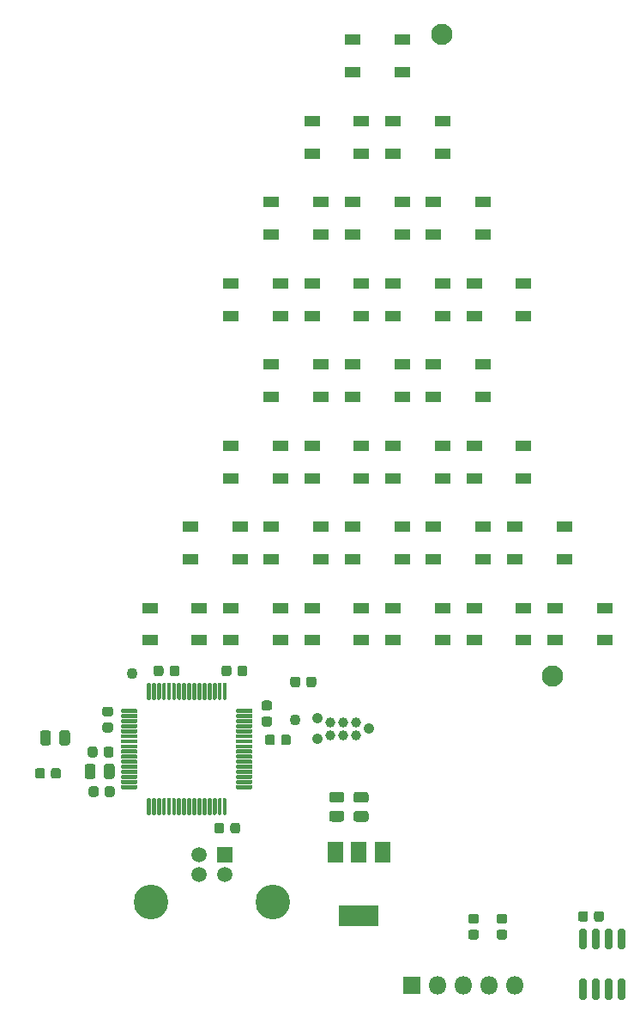
<source format=gbr>
%TF.GenerationSoftware,KiCad,Pcbnew,5.1.6-1.fc32*%
%TF.CreationDate,2020-11-21T02:42:39+01:00*%
%TF.ProjectId,christmas-card,63687269-7374-46d6-9173-2d636172642e,rev?*%
%TF.SameCoordinates,Original*%
%TF.FileFunction,Soldermask,Top*%
%TF.FilePolarity,Negative*%
%FSLAX46Y46*%
G04 Gerber Fmt 4.6, Leading zero omitted, Abs format (unit mm)*
G04 Created by KiCad (PCBNEW 5.1.6-1.fc32) date 2020-11-21 02:42:39*
%MOMM*%
%LPD*%
G01*
G04 APERTURE LIST*
%ADD10C,1.100000*%
%ADD11C,2.100000*%
%ADD12R,1.600000X2.100000*%
%ADD13R,3.900000X2.100000*%
%ADD14C,3.416000*%
%ADD15C,1.508000*%
%ADD16R,1.508000X1.508000*%
%ADD17O,1.800000X1.800000*%
%ADD18R,1.800000X1.800000*%
%ADD19C,0.989000*%
%ADD20C,1.049960*%
%ADD21R,1.600000X1.100000*%
G04 APERTURE END LIST*
%TO.C,C9*%
G36*
G01*
X156400000Y-161081250D02*
X156400000Y-160518750D01*
G75*
G02*
X156643750Y-160275000I243750J0D01*
G01*
X157131250Y-160275000D01*
G75*
G02*
X157375000Y-160518750I0J-243750D01*
G01*
X157375000Y-161081250D01*
G75*
G02*
X157131250Y-161325000I-243750J0D01*
G01*
X156643750Y-161325000D01*
G75*
G02*
X156400000Y-161081250I0J243750D01*
G01*
G37*
G36*
G01*
X154825000Y-161081250D02*
X154825000Y-160518750D01*
G75*
G02*
X155068750Y-160275000I243750J0D01*
G01*
X155556250Y-160275000D01*
G75*
G02*
X155800000Y-160518750I0J-243750D01*
G01*
X155800000Y-161081250D01*
G75*
G02*
X155556250Y-161325000I-243750J0D01*
G01*
X155068750Y-161325000D01*
G75*
G02*
X154825000Y-161081250I0J243750D01*
G01*
G37*
%TD*%
%TO.C,U3*%
G36*
G01*
X155470000Y-164050000D02*
X155120000Y-164050000D01*
G75*
G02*
X154945000Y-163875000I0J175000D01*
G01*
X154945000Y-162175000D01*
G75*
G02*
X155120000Y-162000000I175000J0D01*
G01*
X155470000Y-162000000D01*
G75*
G02*
X155645000Y-162175000I0J-175000D01*
G01*
X155645000Y-163875000D01*
G75*
G02*
X155470000Y-164050000I-175000J0D01*
G01*
G37*
G36*
G01*
X156740000Y-164050000D02*
X156390000Y-164050000D01*
G75*
G02*
X156215000Y-163875000I0J175000D01*
G01*
X156215000Y-162175000D01*
G75*
G02*
X156390000Y-162000000I175000J0D01*
G01*
X156740000Y-162000000D01*
G75*
G02*
X156915000Y-162175000I0J-175000D01*
G01*
X156915000Y-163875000D01*
G75*
G02*
X156740000Y-164050000I-175000J0D01*
G01*
G37*
G36*
G01*
X158010000Y-164050000D02*
X157660000Y-164050000D01*
G75*
G02*
X157485000Y-163875000I0J175000D01*
G01*
X157485000Y-162175000D01*
G75*
G02*
X157660000Y-162000000I175000J0D01*
G01*
X158010000Y-162000000D01*
G75*
G02*
X158185000Y-162175000I0J-175000D01*
G01*
X158185000Y-163875000D01*
G75*
G02*
X158010000Y-164050000I-175000J0D01*
G01*
G37*
G36*
G01*
X159280000Y-164050000D02*
X158930000Y-164050000D01*
G75*
G02*
X158755000Y-163875000I0J175000D01*
G01*
X158755000Y-162175000D01*
G75*
G02*
X158930000Y-162000000I175000J0D01*
G01*
X159280000Y-162000000D01*
G75*
G02*
X159455000Y-162175000I0J-175000D01*
G01*
X159455000Y-163875000D01*
G75*
G02*
X159280000Y-164050000I-175000J0D01*
G01*
G37*
G36*
G01*
X159280000Y-169000000D02*
X158930000Y-169000000D01*
G75*
G02*
X158755000Y-168825000I0J175000D01*
G01*
X158755000Y-167125000D01*
G75*
G02*
X158930000Y-166950000I175000J0D01*
G01*
X159280000Y-166950000D01*
G75*
G02*
X159455000Y-167125000I0J-175000D01*
G01*
X159455000Y-168825000D01*
G75*
G02*
X159280000Y-169000000I-175000J0D01*
G01*
G37*
G36*
G01*
X158010000Y-169000000D02*
X157660000Y-169000000D01*
G75*
G02*
X157485000Y-168825000I0J175000D01*
G01*
X157485000Y-167125000D01*
G75*
G02*
X157660000Y-166950000I175000J0D01*
G01*
X158010000Y-166950000D01*
G75*
G02*
X158185000Y-167125000I0J-175000D01*
G01*
X158185000Y-168825000D01*
G75*
G02*
X158010000Y-169000000I-175000J0D01*
G01*
G37*
G36*
G01*
X156740000Y-169000000D02*
X156390000Y-169000000D01*
G75*
G02*
X156215000Y-168825000I0J175000D01*
G01*
X156215000Y-167125000D01*
G75*
G02*
X156390000Y-166950000I175000J0D01*
G01*
X156740000Y-166950000D01*
G75*
G02*
X156915000Y-167125000I0J-175000D01*
G01*
X156915000Y-168825000D01*
G75*
G02*
X156740000Y-169000000I-175000J0D01*
G01*
G37*
G36*
G01*
X155470000Y-169000000D02*
X155120000Y-169000000D01*
G75*
G02*
X154945000Y-168825000I0J175000D01*
G01*
X154945000Y-167125000D01*
G75*
G02*
X155120000Y-166950000I175000J0D01*
G01*
X155470000Y-166950000D01*
G75*
G02*
X155645000Y-167125000I0J-175000D01*
G01*
X155645000Y-168825000D01*
G75*
G02*
X155470000Y-169000000I-175000J0D01*
G01*
G37*
%TD*%
D10*
%TO.C,TP3*%
X110800000Y-136900000D03*
%TD*%
%TO.C,TP2*%
X126900000Y-141400000D03*
%TD*%
D11*
%TO.C,TP4*%
X152300000Y-137100000D03*
%TD*%
%TO.C,TP1*%
X141400000Y-73900000D03*
%TD*%
%TO.C,R6*%
G36*
G01*
X107400000Y-144318750D02*
X107400000Y-144881250D01*
G75*
G02*
X107156250Y-145125000I-243750J0D01*
G01*
X106668750Y-145125000D01*
G75*
G02*
X106425000Y-144881250I0J243750D01*
G01*
X106425000Y-144318750D01*
G75*
G02*
X106668750Y-144075000I243750J0D01*
G01*
X107156250Y-144075000D01*
G75*
G02*
X107400000Y-144318750I0J-243750D01*
G01*
G37*
G36*
G01*
X108975000Y-144318750D02*
X108975000Y-144881250D01*
G75*
G02*
X108731250Y-145125000I-243750J0D01*
G01*
X108243750Y-145125000D01*
G75*
G02*
X108000000Y-144881250I0J243750D01*
G01*
X108000000Y-144318750D01*
G75*
G02*
X108243750Y-144075000I243750J0D01*
G01*
X108731250Y-144075000D01*
G75*
G02*
X108975000Y-144318750I0J-243750D01*
G01*
G37*
%TD*%
%TO.C,R5*%
G36*
G01*
X125500000Y-143681250D02*
X125500000Y-143118750D01*
G75*
G02*
X125743750Y-142875000I243750J0D01*
G01*
X126231250Y-142875000D01*
G75*
G02*
X126475000Y-143118750I0J-243750D01*
G01*
X126475000Y-143681250D01*
G75*
G02*
X126231250Y-143925000I-243750J0D01*
G01*
X125743750Y-143925000D01*
G75*
G02*
X125500000Y-143681250I0J243750D01*
G01*
G37*
G36*
G01*
X123925000Y-143681250D02*
X123925000Y-143118750D01*
G75*
G02*
X124168750Y-142875000I243750J0D01*
G01*
X124656250Y-142875000D01*
G75*
G02*
X124900000Y-143118750I0J-243750D01*
G01*
X124900000Y-143681250D01*
G75*
G02*
X124656250Y-143925000I-243750J0D01*
G01*
X124168750Y-143925000D01*
G75*
G02*
X123925000Y-143681250I0J243750D01*
G01*
G37*
%TD*%
%TO.C,R4*%
G36*
G01*
X147018750Y-162100000D02*
X147581250Y-162100000D01*
G75*
G02*
X147825000Y-162343750I0J-243750D01*
G01*
X147825000Y-162831250D01*
G75*
G02*
X147581250Y-163075000I-243750J0D01*
G01*
X147018750Y-163075000D01*
G75*
G02*
X146775000Y-162831250I0J243750D01*
G01*
X146775000Y-162343750D01*
G75*
G02*
X147018750Y-162100000I243750J0D01*
G01*
G37*
G36*
G01*
X147018750Y-160525000D02*
X147581250Y-160525000D01*
G75*
G02*
X147825000Y-160768750I0J-243750D01*
G01*
X147825000Y-161256250D01*
G75*
G02*
X147581250Y-161500000I-243750J0D01*
G01*
X147018750Y-161500000D01*
G75*
G02*
X146775000Y-161256250I0J243750D01*
G01*
X146775000Y-160768750D01*
G75*
G02*
X147018750Y-160525000I243750J0D01*
G01*
G37*
%TD*%
%TO.C,R3*%
G36*
G01*
X144218750Y-162100000D02*
X144781250Y-162100000D01*
G75*
G02*
X145025000Y-162343750I0J-243750D01*
G01*
X145025000Y-162831250D01*
G75*
G02*
X144781250Y-163075000I-243750J0D01*
G01*
X144218750Y-163075000D01*
G75*
G02*
X143975000Y-162831250I0J243750D01*
G01*
X143975000Y-162343750D01*
G75*
G02*
X144218750Y-162100000I243750J0D01*
G01*
G37*
G36*
G01*
X144218750Y-160525000D02*
X144781250Y-160525000D01*
G75*
G02*
X145025000Y-160768750I0J-243750D01*
G01*
X145025000Y-161256250D01*
G75*
G02*
X144781250Y-161500000I-243750J0D01*
G01*
X144218750Y-161500000D01*
G75*
G02*
X143975000Y-161256250I0J243750D01*
G01*
X143975000Y-160768750D01*
G75*
G02*
X144218750Y-160525000I243750J0D01*
G01*
G37*
%TD*%
%TO.C,U2*%
G36*
G01*
X121150000Y-140350000D02*
X122600000Y-140350000D01*
G75*
G02*
X122700000Y-140450000I0J-100000D01*
G01*
X122700000Y-140650000D01*
G75*
G02*
X122600000Y-140750000I-100000J0D01*
G01*
X121150000Y-140750000D01*
G75*
G02*
X121050000Y-140650000I0J100000D01*
G01*
X121050000Y-140450000D01*
G75*
G02*
X121150000Y-140350000I100000J0D01*
G01*
G37*
G36*
G01*
X121150000Y-140850000D02*
X122600000Y-140850000D01*
G75*
G02*
X122700000Y-140950000I0J-100000D01*
G01*
X122700000Y-141150000D01*
G75*
G02*
X122600000Y-141250000I-100000J0D01*
G01*
X121150000Y-141250000D01*
G75*
G02*
X121050000Y-141150000I0J100000D01*
G01*
X121050000Y-140950000D01*
G75*
G02*
X121150000Y-140850000I100000J0D01*
G01*
G37*
G36*
G01*
X121150000Y-141350000D02*
X122600000Y-141350000D01*
G75*
G02*
X122700000Y-141450000I0J-100000D01*
G01*
X122700000Y-141650000D01*
G75*
G02*
X122600000Y-141750000I-100000J0D01*
G01*
X121150000Y-141750000D01*
G75*
G02*
X121050000Y-141650000I0J100000D01*
G01*
X121050000Y-141450000D01*
G75*
G02*
X121150000Y-141350000I100000J0D01*
G01*
G37*
G36*
G01*
X121150000Y-141850000D02*
X122600000Y-141850000D01*
G75*
G02*
X122700000Y-141950000I0J-100000D01*
G01*
X122700000Y-142150000D01*
G75*
G02*
X122600000Y-142250000I-100000J0D01*
G01*
X121150000Y-142250000D01*
G75*
G02*
X121050000Y-142150000I0J100000D01*
G01*
X121050000Y-141950000D01*
G75*
G02*
X121150000Y-141850000I100000J0D01*
G01*
G37*
G36*
G01*
X121150000Y-142350000D02*
X122600000Y-142350000D01*
G75*
G02*
X122700000Y-142450000I0J-100000D01*
G01*
X122700000Y-142650000D01*
G75*
G02*
X122600000Y-142750000I-100000J0D01*
G01*
X121150000Y-142750000D01*
G75*
G02*
X121050000Y-142650000I0J100000D01*
G01*
X121050000Y-142450000D01*
G75*
G02*
X121150000Y-142350000I100000J0D01*
G01*
G37*
G36*
G01*
X121150000Y-142850000D02*
X122600000Y-142850000D01*
G75*
G02*
X122700000Y-142950000I0J-100000D01*
G01*
X122700000Y-143150000D01*
G75*
G02*
X122600000Y-143250000I-100000J0D01*
G01*
X121150000Y-143250000D01*
G75*
G02*
X121050000Y-143150000I0J100000D01*
G01*
X121050000Y-142950000D01*
G75*
G02*
X121150000Y-142850000I100000J0D01*
G01*
G37*
G36*
G01*
X121150000Y-143350000D02*
X122600000Y-143350000D01*
G75*
G02*
X122700000Y-143450000I0J-100000D01*
G01*
X122700000Y-143650000D01*
G75*
G02*
X122600000Y-143750000I-100000J0D01*
G01*
X121150000Y-143750000D01*
G75*
G02*
X121050000Y-143650000I0J100000D01*
G01*
X121050000Y-143450000D01*
G75*
G02*
X121150000Y-143350000I100000J0D01*
G01*
G37*
G36*
G01*
X121150000Y-143850000D02*
X122600000Y-143850000D01*
G75*
G02*
X122700000Y-143950000I0J-100000D01*
G01*
X122700000Y-144150000D01*
G75*
G02*
X122600000Y-144250000I-100000J0D01*
G01*
X121150000Y-144250000D01*
G75*
G02*
X121050000Y-144150000I0J100000D01*
G01*
X121050000Y-143950000D01*
G75*
G02*
X121150000Y-143850000I100000J0D01*
G01*
G37*
G36*
G01*
X121150000Y-144350000D02*
X122600000Y-144350000D01*
G75*
G02*
X122700000Y-144450000I0J-100000D01*
G01*
X122700000Y-144650000D01*
G75*
G02*
X122600000Y-144750000I-100000J0D01*
G01*
X121150000Y-144750000D01*
G75*
G02*
X121050000Y-144650000I0J100000D01*
G01*
X121050000Y-144450000D01*
G75*
G02*
X121150000Y-144350000I100000J0D01*
G01*
G37*
G36*
G01*
X121150000Y-144850000D02*
X122600000Y-144850000D01*
G75*
G02*
X122700000Y-144950000I0J-100000D01*
G01*
X122700000Y-145150000D01*
G75*
G02*
X122600000Y-145250000I-100000J0D01*
G01*
X121150000Y-145250000D01*
G75*
G02*
X121050000Y-145150000I0J100000D01*
G01*
X121050000Y-144950000D01*
G75*
G02*
X121150000Y-144850000I100000J0D01*
G01*
G37*
G36*
G01*
X121150000Y-145350000D02*
X122600000Y-145350000D01*
G75*
G02*
X122700000Y-145450000I0J-100000D01*
G01*
X122700000Y-145650000D01*
G75*
G02*
X122600000Y-145750000I-100000J0D01*
G01*
X121150000Y-145750000D01*
G75*
G02*
X121050000Y-145650000I0J100000D01*
G01*
X121050000Y-145450000D01*
G75*
G02*
X121150000Y-145350000I100000J0D01*
G01*
G37*
G36*
G01*
X121150000Y-145850000D02*
X122600000Y-145850000D01*
G75*
G02*
X122700000Y-145950000I0J-100000D01*
G01*
X122700000Y-146150000D01*
G75*
G02*
X122600000Y-146250000I-100000J0D01*
G01*
X121150000Y-146250000D01*
G75*
G02*
X121050000Y-146150000I0J100000D01*
G01*
X121050000Y-145950000D01*
G75*
G02*
X121150000Y-145850000I100000J0D01*
G01*
G37*
G36*
G01*
X121150000Y-146350000D02*
X122600000Y-146350000D01*
G75*
G02*
X122700000Y-146450000I0J-100000D01*
G01*
X122700000Y-146650000D01*
G75*
G02*
X122600000Y-146750000I-100000J0D01*
G01*
X121150000Y-146750000D01*
G75*
G02*
X121050000Y-146650000I0J100000D01*
G01*
X121050000Y-146450000D01*
G75*
G02*
X121150000Y-146350000I100000J0D01*
G01*
G37*
G36*
G01*
X121150000Y-146850000D02*
X122600000Y-146850000D01*
G75*
G02*
X122700000Y-146950000I0J-100000D01*
G01*
X122700000Y-147150000D01*
G75*
G02*
X122600000Y-147250000I-100000J0D01*
G01*
X121150000Y-147250000D01*
G75*
G02*
X121050000Y-147150000I0J100000D01*
G01*
X121050000Y-146950000D01*
G75*
G02*
X121150000Y-146850000I100000J0D01*
G01*
G37*
G36*
G01*
X121150000Y-147350000D02*
X122600000Y-147350000D01*
G75*
G02*
X122700000Y-147450000I0J-100000D01*
G01*
X122700000Y-147650000D01*
G75*
G02*
X122600000Y-147750000I-100000J0D01*
G01*
X121150000Y-147750000D01*
G75*
G02*
X121050000Y-147650000I0J100000D01*
G01*
X121050000Y-147450000D01*
G75*
G02*
X121150000Y-147350000I100000J0D01*
G01*
G37*
G36*
G01*
X121150000Y-147850000D02*
X122600000Y-147850000D01*
G75*
G02*
X122700000Y-147950000I0J-100000D01*
G01*
X122700000Y-148150000D01*
G75*
G02*
X122600000Y-148250000I-100000J0D01*
G01*
X121150000Y-148250000D01*
G75*
G02*
X121050000Y-148150000I0J100000D01*
G01*
X121050000Y-147950000D01*
G75*
G02*
X121150000Y-147850000I100000J0D01*
G01*
G37*
G36*
G01*
X119850000Y-149150000D02*
X120050000Y-149150000D01*
G75*
G02*
X120150000Y-149250000I0J-100000D01*
G01*
X120150000Y-150700000D01*
G75*
G02*
X120050000Y-150800000I-100000J0D01*
G01*
X119850000Y-150800000D01*
G75*
G02*
X119750000Y-150700000I0J100000D01*
G01*
X119750000Y-149250000D01*
G75*
G02*
X119850000Y-149150000I100000J0D01*
G01*
G37*
G36*
G01*
X119350000Y-149150000D02*
X119550000Y-149150000D01*
G75*
G02*
X119650000Y-149250000I0J-100000D01*
G01*
X119650000Y-150700000D01*
G75*
G02*
X119550000Y-150800000I-100000J0D01*
G01*
X119350000Y-150800000D01*
G75*
G02*
X119250000Y-150700000I0J100000D01*
G01*
X119250000Y-149250000D01*
G75*
G02*
X119350000Y-149150000I100000J0D01*
G01*
G37*
G36*
G01*
X118850000Y-149150000D02*
X119050000Y-149150000D01*
G75*
G02*
X119150000Y-149250000I0J-100000D01*
G01*
X119150000Y-150700000D01*
G75*
G02*
X119050000Y-150800000I-100000J0D01*
G01*
X118850000Y-150800000D01*
G75*
G02*
X118750000Y-150700000I0J100000D01*
G01*
X118750000Y-149250000D01*
G75*
G02*
X118850000Y-149150000I100000J0D01*
G01*
G37*
G36*
G01*
X118350000Y-149150000D02*
X118550000Y-149150000D01*
G75*
G02*
X118650000Y-149250000I0J-100000D01*
G01*
X118650000Y-150700000D01*
G75*
G02*
X118550000Y-150800000I-100000J0D01*
G01*
X118350000Y-150800000D01*
G75*
G02*
X118250000Y-150700000I0J100000D01*
G01*
X118250000Y-149250000D01*
G75*
G02*
X118350000Y-149150000I100000J0D01*
G01*
G37*
G36*
G01*
X117850000Y-149150000D02*
X118050000Y-149150000D01*
G75*
G02*
X118150000Y-149250000I0J-100000D01*
G01*
X118150000Y-150700000D01*
G75*
G02*
X118050000Y-150800000I-100000J0D01*
G01*
X117850000Y-150800000D01*
G75*
G02*
X117750000Y-150700000I0J100000D01*
G01*
X117750000Y-149250000D01*
G75*
G02*
X117850000Y-149150000I100000J0D01*
G01*
G37*
G36*
G01*
X117350000Y-149150000D02*
X117550000Y-149150000D01*
G75*
G02*
X117650000Y-149250000I0J-100000D01*
G01*
X117650000Y-150700000D01*
G75*
G02*
X117550000Y-150800000I-100000J0D01*
G01*
X117350000Y-150800000D01*
G75*
G02*
X117250000Y-150700000I0J100000D01*
G01*
X117250000Y-149250000D01*
G75*
G02*
X117350000Y-149150000I100000J0D01*
G01*
G37*
G36*
G01*
X116850000Y-149150000D02*
X117050000Y-149150000D01*
G75*
G02*
X117150000Y-149250000I0J-100000D01*
G01*
X117150000Y-150700000D01*
G75*
G02*
X117050000Y-150800000I-100000J0D01*
G01*
X116850000Y-150800000D01*
G75*
G02*
X116750000Y-150700000I0J100000D01*
G01*
X116750000Y-149250000D01*
G75*
G02*
X116850000Y-149150000I100000J0D01*
G01*
G37*
G36*
G01*
X116350000Y-149150000D02*
X116550000Y-149150000D01*
G75*
G02*
X116650000Y-149250000I0J-100000D01*
G01*
X116650000Y-150700000D01*
G75*
G02*
X116550000Y-150800000I-100000J0D01*
G01*
X116350000Y-150800000D01*
G75*
G02*
X116250000Y-150700000I0J100000D01*
G01*
X116250000Y-149250000D01*
G75*
G02*
X116350000Y-149150000I100000J0D01*
G01*
G37*
G36*
G01*
X115850000Y-149150000D02*
X116050000Y-149150000D01*
G75*
G02*
X116150000Y-149250000I0J-100000D01*
G01*
X116150000Y-150700000D01*
G75*
G02*
X116050000Y-150800000I-100000J0D01*
G01*
X115850000Y-150800000D01*
G75*
G02*
X115750000Y-150700000I0J100000D01*
G01*
X115750000Y-149250000D01*
G75*
G02*
X115850000Y-149150000I100000J0D01*
G01*
G37*
G36*
G01*
X115350000Y-149150000D02*
X115550000Y-149150000D01*
G75*
G02*
X115650000Y-149250000I0J-100000D01*
G01*
X115650000Y-150700000D01*
G75*
G02*
X115550000Y-150800000I-100000J0D01*
G01*
X115350000Y-150800000D01*
G75*
G02*
X115250000Y-150700000I0J100000D01*
G01*
X115250000Y-149250000D01*
G75*
G02*
X115350000Y-149150000I100000J0D01*
G01*
G37*
G36*
G01*
X114850000Y-149150000D02*
X115050000Y-149150000D01*
G75*
G02*
X115150000Y-149250000I0J-100000D01*
G01*
X115150000Y-150700000D01*
G75*
G02*
X115050000Y-150800000I-100000J0D01*
G01*
X114850000Y-150800000D01*
G75*
G02*
X114750000Y-150700000I0J100000D01*
G01*
X114750000Y-149250000D01*
G75*
G02*
X114850000Y-149150000I100000J0D01*
G01*
G37*
G36*
G01*
X114350000Y-149150000D02*
X114550000Y-149150000D01*
G75*
G02*
X114650000Y-149250000I0J-100000D01*
G01*
X114650000Y-150700000D01*
G75*
G02*
X114550000Y-150800000I-100000J0D01*
G01*
X114350000Y-150800000D01*
G75*
G02*
X114250000Y-150700000I0J100000D01*
G01*
X114250000Y-149250000D01*
G75*
G02*
X114350000Y-149150000I100000J0D01*
G01*
G37*
G36*
G01*
X113850000Y-149150000D02*
X114050000Y-149150000D01*
G75*
G02*
X114150000Y-149250000I0J-100000D01*
G01*
X114150000Y-150700000D01*
G75*
G02*
X114050000Y-150800000I-100000J0D01*
G01*
X113850000Y-150800000D01*
G75*
G02*
X113750000Y-150700000I0J100000D01*
G01*
X113750000Y-149250000D01*
G75*
G02*
X113850000Y-149150000I100000J0D01*
G01*
G37*
G36*
G01*
X113350000Y-149150000D02*
X113550000Y-149150000D01*
G75*
G02*
X113650000Y-149250000I0J-100000D01*
G01*
X113650000Y-150700000D01*
G75*
G02*
X113550000Y-150800000I-100000J0D01*
G01*
X113350000Y-150800000D01*
G75*
G02*
X113250000Y-150700000I0J100000D01*
G01*
X113250000Y-149250000D01*
G75*
G02*
X113350000Y-149150000I100000J0D01*
G01*
G37*
G36*
G01*
X112850000Y-149150000D02*
X113050000Y-149150000D01*
G75*
G02*
X113150000Y-149250000I0J-100000D01*
G01*
X113150000Y-150700000D01*
G75*
G02*
X113050000Y-150800000I-100000J0D01*
G01*
X112850000Y-150800000D01*
G75*
G02*
X112750000Y-150700000I0J100000D01*
G01*
X112750000Y-149250000D01*
G75*
G02*
X112850000Y-149150000I100000J0D01*
G01*
G37*
G36*
G01*
X112350000Y-149150000D02*
X112550000Y-149150000D01*
G75*
G02*
X112650000Y-149250000I0J-100000D01*
G01*
X112650000Y-150700000D01*
G75*
G02*
X112550000Y-150800000I-100000J0D01*
G01*
X112350000Y-150800000D01*
G75*
G02*
X112250000Y-150700000I0J100000D01*
G01*
X112250000Y-149250000D01*
G75*
G02*
X112350000Y-149150000I100000J0D01*
G01*
G37*
G36*
G01*
X109800000Y-147850000D02*
X111250000Y-147850000D01*
G75*
G02*
X111350000Y-147950000I0J-100000D01*
G01*
X111350000Y-148150000D01*
G75*
G02*
X111250000Y-148250000I-100000J0D01*
G01*
X109800000Y-148250000D01*
G75*
G02*
X109700000Y-148150000I0J100000D01*
G01*
X109700000Y-147950000D01*
G75*
G02*
X109800000Y-147850000I100000J0D01*
G01*
G37*
G36*
G01*
X109800000Y-147350000D02*
X111250000Y-147350000D01*
G75*
G02*
X111350000Y-147450000I0J-100000D01*
G01*
X111350000Y-147650000D01*
G75*
G02*
X111250000Y-147750000I-100000J0D01*
G01*
X109800000Y-147750000D01*
G75*
G02*
X109700000Y-147650000I0J100000D01*
G01*
X109700000Y-147450000D01*
G75*
G02*
X109800000Y-147350000I100000J0D01*
G01*
G37*
G36*
G01*
X109800000Y-146850000D02*
X111250000Y-146850000D01*
G75*
G02*
X111350000Y-146950000I0J-100000D01*
G01*
X111350000Y-147150000D01*
G75*
G02*
X111250000Y-147250000I-100000J0D01*
G01*
X109800000Y-147250000D01*
G75*
G02*
X109700000Y-147150000I0J100000D01*
G01*
X109700000Y-146950000D01*
G75*
G02*
X109800000Y-146850000I100000J0D01*
G01*
G37*
G36*
G01*
X109800000Y-146350000D02*
X111250000Y-146350000D01*
G75*
G02*
X111350000Y-146450000I0J-100000D01*
G01*
X111350000Y-146650000D01*
G75*
G02*
X111250000Y-146750000I-100000J0D01*
G01*
X109800000Y-146750000D01*
G75*
G02*
X109700000Y-146650000I0J100000D01*
G01*
X109700000Y-146450000D01*
G75*
G02*
X109800000Y-146350000I100000J0D01*
G01*
G37*
G36*
G01*
X109800000Y-145850000D02*
X111250000Y-145850000D01*
G75*
G02*
X111350000Y-145950000I0J-100000D01*
G01*
X111350000Y-146150000D01*
G75*
G02*
X111250000Y-146250000I-100000J0D01*
G01*
X109800000Y-146250000D01*
G75*
G02*
X109700000Y-146150000I0J100000D01*
G01*
X109700000Y-145950000D01*
G75*
G02*
X109800000Y-145850000I100000J0D01*
G01*
G37*
G36*
G01*
X109800000Y-145350000D02*
X111250000Y-145350000D01*
G75*
G02*
X111350000Y-145450000I0J-100000D01*
G01*
X111350000Y-145650000D01*
G75*
G02*
X111250000Y-145750000I-100000J0D01*
G01*
X109800000Y-145750000D01*
G75*
G02*
X109700000Y-145650000I0J100000D01*
G01*
X109700000Y-145450000D01*
G75*
G02*
X109800000Y-145350000I100000J0D01*
G01*
G37*
G36*
G01*
X109800000Y-144850000D02*
X111250000Y-144850000D01*
G75*
G02*
X111350000Y-144950000I0J-100000D01*
G01*
X111350000Y-145150000D01*
G75*
G02*
X111250000Y-145250000I-100000J0D01*
G01*
X109800000Y-145250000D01*
G75*
G02*
X109700000Y-145150000I0J100000D01*
G01*
X109700000Y-144950000D01*
G75*
G02*
X109800000Y-144850000I100000J0D01*
G01*
G37*
G36*
G01*
X109800000Y-144350000D02*
X111250000Y-144350000D01*
G75*
G02*
X111350000Y-144450000I0J-100000D01*
G01*
X111350000Y-144650000D01*
G75*
G02*
X111250000Y-144750000I-100000J0D01*
G01*
X109800000Y-144750000D01*
G75*
G02*
X109700000Y-144650000I0J100000D01*
G01*
X109700000Y-144450000D01*
G75*
G02*
X109800000Y-144350000I100000J0D01*
G01*
G37*
G36*
G01*
X109800000Y-143850000D02*
X111250000Y-143850000D01*
G75*
G02*
X111350000Y-143950000I0J-100000D01*
G01*
X111350000Y-144150000D01*
G75*
G02*
X111250000Y-144250000I-100000J0D01*
G01*
X109800000Y-144250000D01*
G75*
G02*
X109700000Y-144150000I0J100000D01*
G01*
X109700000Y-143950000D01*
G75*
G02*
X109800000Y-143850000I100000J0D01*
G01*
G37*
G36*
G01*
X109800000Y-143350000D02*
X111250000Y-143350000D01*
G75*
G02*
X111350000Y-143450000I0J-100000D01*
G01*
X111350000Y-143650000D01*
G75*
G02*
X111250000Y-143750000I-100000J0D01*
G01*
X109800000Y-143750000D01*
G75*
G02*
X109700000Y-143650000I0J100000D01*
G01*
X109700000Y-143450000D01*
G75*
G02*
X109800000Y-143350000I100000J0D01*
G01*
G37*
G36*
G01*
X109800000Y-142850000D02*
X111250000Y-142850000D01*
G75*
G02*
X111350000Y-142950000I0J-100000D01*
G01*
X111350000Y-143150000D01*
G75*
G02*
X111250000Y-143250000I-100000J0D01*
G01*
X109800000Y-143250000D01*
G75*
G02*
X109700000Y-143150000I0J100000D01*
G01*
X109700000Y-142950000D01*
G75*
G02*
X109800000Y-142850000I100000J0D01*
G01*
G37*
G36*
G01*
X109800000Y-142350000D02*
X111250000Y-142350000D01*
G75*
G02*
X111350000Y-142450000I0J-100000D01*
G01*
X111350000Y-142650000D01*
G75*
G02*
X111250000Y-142750000I-100000J0D01*
G01*
X109800000Y-142750000D01*
G75*
G02*
X109700000Y-142650000I0J100000D01*
G01*
X109700000Y-142450000D01*
G75*
G02*
X109800000Y-142350000I100000J0D01*
G01*
G37*
G36*
G01*
X109800000Y-141850000D02*
X111250000Y-141850000D01*
G75*
G02*
X111350000Y-141950000I0J-100000D01*
G01*
X111350000Y-142150000D01*
G75*
G02*
X111250000Y-142250000I-100000J0D01*
G01*
X109800000Y-142250000D01*
G75*
G02*
X109700000Y-142150000I0J100000D01*
G01*
X109700000Y-141950000D01*
G75*
G02*
X109800000Y-141850000I100000J0D01*
G01*
G37*
G36*
G01*
X109800000Y-141350000D02*
X111250000Y-141350000D01*
G75*
G02*
X111350000Y-141450000I0J-100000D01*
G01*
X111350000Y-141650000D01*
G75*
G02*
X111250000Y-141750000I-100000J0D01*
G01*
X109800000Y-141750000D01*
G75*
G02*
X109700000Y-141650000I0J100000D01*
G01*
X109700000Y-141450000D01*
G75*
G02*
X109800000Y-141350000I100000J0D01*
G01*
G37*
G36*
G01*
X109800000Y-140850000D02*
X111250000Y-140850000D01*
G75*
G02*
X111350000Y-140950000I0J-100000D01*
G01*
X111350000Y-141150000D01*
G75*
G02*
X111250000Y-141250000I-100000J0D01*
G01*
X109800000Y-141250000D01*
G75*
G02*
X109700000Y-141150000I0J100000D01*
G01*
X109700000Y-140950000D01*
G75*
G02*
X109800000Y-140850000I100000J0D01*
G01*
G37*
G36*
G01*
X109800000Y-140350000D02*
X111250000Y-140350000D01*
G75*
G02*
X111350000Y-140450000I0J-100000D01*
G01*
X111350000Y-140650000D01*
G75*
G02*
X111250000Y-140750000I-100000J0D01*
G01*
X109800000Y-140750000D01*
G75*
G02*
X109700000Y-140650000I0J100000D01*
G01*
X109700000Y-140450000D01*
G75*
G02*
X109800000Y-140350000I100000J0D01*
G01*
G37*
G36*
G01*
X112350000Y-137800000D02*
X112550000Y-137800000D01*
G75*
G02*
X112650000Y-137900000I0J-100000D01*
G01*
X112650000Y-139350000D01*
G75*
G02*
X112550000Y-139450000I-100000J0D01*
G01*
X112350000Y-139450000D01*
G75*
G02*
X112250000Y-139350000I0J100000D01*
G01*
X112250000Y-137900000D01*
G75*
G02*
X112350000Y-137800000I100000J0D01*
G01*
G37*
G36*
G01*
X112850000Y-137800000D02*
X113050000Y-137800000D01*
G75*
G02*
X113150000Y-137900000I0J-100000D01*
G01*
X113150000Y-139350000D01*
G75*
G02*
X113050000Y-139450000I-100000J0D01*
G01*
X112850000Y-139450000D01*
G75*
G02*
X112750000Y-139350000I0J100000D01*
G01*
X112750000Y-137900000D01*
G75*
G02*
X112850000Y-137800000I100000J0D01*
G01*
G37*
G36*
G01*
X113350000Y-137800000D02*
X113550000Y-137800000D01*
G75*
G02*
X113650000Y-137900000I0J-100000D01*
G01*
X113650000Y-139350000D01*
G75*
G02*
X113550000Y-139450000I-100000J0D01*
G01*
X113350000Y-139450000D01*
G75*
G02*
X113250000Y-139350000I0J100000D01*
G01*
X113250000Y-137900000D01*
G75*
G02*
X113350000Y-137800000I100000J0D01*
G01*
G37*
G36*
G01*
X113850000Y-137800000D02*
X114050000Y-137800000D01*
G75*
G02*
X114150000Y-137900000I0J-100000D01*
G01*
X114150000Y-139350000D01*
G75*
G02*
X114050000Y-139450000I-100000J0D01*
G01*
X113850000Y-139450000D01*
G75*
G02*
X113750000Y-139350000I0J100000D01*
G01*
X113750000Y-137900000D01*
G75*
G02*
X113850000Y-137800000I100000J0D01*
G01*
G37*
G36*
G01*
X114350000Y-137800000D02*
X114550000Y-137800000D01*
G75*
G02*
X114650000Y-137900000I0J-100000D01*
G01*
X114650000Y-139350000D01*
G75*
G02*
X114550000Y-139450000I-100000J0D01*
G01*
X114350000Y-139450000D01*
G75*
G02*
X114250000Y-139350000I0J100000D01*
G01*
X114250000Y-137900000D01*
G75*
G02*
X114350000Y-137800000I100000J0D01*
G01*
G37*
G36*
G01*
X114850000Y-137800000D02*
X115050000Y-137800000D01*
G75*
G02*
X115150000Y-137900000I0J-100000D01*
G01*
X115150000Y-139350000D01*
G75*
G02*
X115050000Y-139450000I-100000J0D01*
G01*
X114850000Y-139450000D01*
G75*
G02*
X114750000Y-139350000I0J100000D01*
G01*
X114750000Y-137900000D01*
G75*
G02*
X114850000Y-137800000I100000J0D01*
G01*
G37*
G36*
G01*
X115350000Y-137800000D02*
X115550000Y-137800000D01*
G75*
G02*
X115650000Y-137900000I0J-100000D01*
G01*
X115650000Y-139350000D01*
G75*
G02*
X115550000Y-139450000I-100000J0D01*
G01*
X115350000Y-139450000D01*
G75*
G02*
X115250000Y-139350000I0J100000D01*
G01*
X115250000Y-137900000D01*
G75*
G02*
X115350000Y-137800000I100000J0D01*
G01*
G37*
G36*
G01*
X115850000Y-137800000D02*
X116050000Y-137800000D01*
G75*
G02*
X116150000Y-137900000I0J-100000D01*
G01*
X116150000Y-139350000D01*
G75*
G02*
X116050000Y-139450000I-100000J0D01*
G01*
X115850000Y-139450000D01*
G75*
G02*
X115750000Y-139350000I0J100000D01*
G01*
X115750000Y-137900000D01*
G75*
G02*
X115850000Y-137800000I100000J0D01*
G01*
G37*
G36*
G01*
X116350000Y-137800000D02*
X116550000Y-137800000D01*
G75*
G02*
X116650000Y-137900000I0J-100000D01*
G01*
X116650000Y-139350000D01*
G75*
G02*
X116550000Y-139450000I-100000J0D01*
G01*
X116350000Y-139450000D01*
G75*
G02*
X116250000Y-139350000I0J100000D01*
G01*
X116250000Y-137900000D01*
G75*
G02*
X116350000Y-137800000I100000J0D01*
G01*
G37*
G36*
G01*
X116850000Y-137800000D02*
X117050000Y-137800000D01*
G75*
G02*
X117150000Y-137900000I0J-100000D01*
G01*
X117150000Y-139350000D01*
G75*
G02*
X117050000Y-139450000I-100000J0D01*
G01*
X116850000Y-139450000D01*
G75*
G02*
X116750000Y-139350000I0J100000D01*
G01*
X116750000Y-137900000D01*
G75*
G02*
X116850000Y-137800000I100000J0D01*
G01*
G37*
G36*
G01*
X117350000Y-137800000D02*
X117550000Y-137800000D01*
G75*
G02*
X117650000Y-137900000I0J-100000D01*
G01*
X117650000Y-139350000D01*
G75*
G02*
X117550000Y-139450000I-100000J0D01*
G01*
X117350000Y-139450000D01*
G75*
G02*
X117250000Y-139350000I0J100000D01*
G01*
X117250000Y-137900000D01*
G75*
G02*
X117350000Y-137800000I100000J0D01*
G01*
G37*
G36*
G01*
X117850000Y-137800000D02*
X118050000Y-137800000D01*
G75*
G02*
X118150000Y-137900000I0J-100000D01*
G01*
X118150000Y-139350000D01*
G75*
G02*
X118050000Y-139450000I-100000J0D01*
G01*
X117850000Y-139450000D01*
G75*
G02*
X117750000Y-139350000I0J100000D01*
G01*
X117750000Y-137900000D01*
G75*
G02*
X117850000Y-137800000I100000J0D01*
G01*
G37*
G36*
G01*
X118350000Y-137800000D02*
X118550000Y-137800000D01*
G75*
G02*
X118650000Y-137900000I0J-100000D01*
G01*
X118650000Y-139350000D01*
G75*
G02*
X118550000Y-139450000I-100000J0D01*
G01*
X118350000Y-139450000D01*
G75*
G02*
X118250000Y-139350000I0J100000D01*
G01*
X118250000Y-137900000D01*
G75*
G02*
X118350000Y-137800000I100000J0D01*
G01*
G37*
G36*
G01*
X118850000Y-137800000D02*
X119050000Y-137800000D01*
G75*
G02*
X119150000Y-137900000I0J-100000D01*
G01*
X119150000Y-139350000D01*
G75*
G02*
X119050000Y-139450000I-100000J0D01*
G01*
X118850000Y-139450000D01*
G75*
G02*
X118750000Y-139350000I0J100000D01*
G01*
X118750000Y-137900000D01*
G75*
G02*
X118850000Y-137800000I100000J0D01*
G01*
G37*
G36*
G01*
X119350000Y-137800000D02*
X119550000Y-137800000D01*
G75*
G02*
X119650000Y-137900000I0J-100000D01*
G01*
X119650000Y-139350000D01*
G75*
G02*
X119550000Y-139450000I-100000J0D01*
G01*
X119350000Y-139450000D01*
G75*
G02*
X119250000Y-139350000I0J100000D01*
G01*
X119250000Y-137900000D01*
G75*
G02*
X119350000Y-137800000I100000J0D01*
G01*
G37*
G36*
G01*
X119850000Y-137800000D02*
X120050000Y-137800000D01*
G75*
G02*
X120150000Y-137900000I0J-100000D01*
G01*
X120150000Y-139350000D01*
G75*
G02*
X120050000Y-139450000I-100000J0D01*
G01*
X119850000Y-139450000D01*
G75*
G02*
X119750000Y-139350000I0J100000D01*
G01*
X119750000Y-137900000D01*
G75*
G02*
X119850000Y-137800000I100000J0D01*
G01*
G37*
%TD*%
D12*
%TO.C,U1*%
X135500000Y-154450000D03*
X130900000Y-154450000D03*
X133200000Y-154450000D03*
D13*
X133200000Y-160750000D03*
%TD*%
%TO.C,R2*%
G36*
G01*
X102200000Y-146418750D02*
X102200000Y-146981250D01*
G75*
G02*
X101956250Y-147225000I-243750J0D01*
G01*
X101468750Y-147225000D01*
G75*
G02*
X101225000Y-146981250I0J243750D01*
G01*
X101225000Y-146418750D01*
G75*
G02*
X101468750Y-146175000I243750J0D01*
G01*
X101956250Y-146175000D01*
G75*
G02*
X102200000Y-146418750I0J-243750D01*
G01*
G37*
G36*
G01*
X103775000Y-146418750D02*
X103775000Y-146981250D01*
G75*
G02*
X103531250Y-147225000I-243750J0D01*
G01*
X103043750Y-147225000D01*
G75*
G02*
X102800000Y-146981250I0J243750D01*
G01*
X102800000Y-146418750D01*
G75*
G02*
X103043750Y-146175000I243750J0D01*
G01*
X103531250Y-146175000D01*
G75*
G02*
X103775000Y-146418750I0J-243750D01*
G01*
G37*
%TD*%
%TO.C,R1*%
G36*
G01*
X127400000Y-137418750D02*
X127400000Y-137981250D01*
G75*
G02*
X127156250Y-138225000I-243750J0D01*
G01*
X126668750Y-138225000D01*
G75*
G02*
X126425000Y-137981250I0J243750D01*
G01*
X126425000Y-137418750D01*
G75*
G02*
X126668750Y-137175000I243750J0D01*
G01*
X127156250Y-137175000D01*
G75*
G02*
X127400000Y-137418750I0J-243750D01*
G01*
G37*
G36*
G01*
X128975000Y-137418750D02*
X128975000Y-137981250D01*
G75*
G02*
X128731250Y-138225000I-243750J0D01*
G01*
X128243750Y-138225000D01*
G75*
G02*
X128000000Y-137981250I0J243750D01*
G01*
X128000000Y-137418750D01*
G75*
G02*
X128243750Y-137175000I243750J0D01*
G01*
X128731250Y-137175000D01*
G75*
G02*
X128975000Y-137418750I0J-243750D01*
G01*
G37*
%TD*%
D14*
%TO.C,J2*%
X124720000Y-159400000D03*
X112680000Y-159400000D03*
D15*
X119950000Y-156700000D03*
X117450000Y-156700000D03*
X117450000Y-154700000D03*
D16*
X119950000Y-154700000D03*
%TD*%
D17*
%TO.C,J3*%
X148560000Y-167600000D03*
X146020000Y-167600000D03*
X143480000Y-167600000D03*
X140940000Y-167600000D03*
D18*
X138400000Y-167600000D03*
%TD*%
D19*
%TO.C,J1*%
X130390000Y-142935000D03*
X130390000Y-141665000D03*
X131660000Y-142935000D03*
X131660000Y-141665000D03*
X132930000Y-142935000D03*
X132930000Y-141665000D03*
D20*
X129120000Y-141284000D03*
X129120000Y-143316000D03*
X134200000Y-142300000D03*
%TD*%
D21*
%TO.C,D29*%
X152550000Y-130400000D03*
X152550000Y-133600000D03*
X157450000Y-130400000D03*
X157450000Y-133600000D03*
%TD*%
%TO.C,D23*%
X148550000Y-122400000D03*
X148550000Y-125600000D03*
X153450000Y-122400000D03*
X153450000Y-125600000D03*
%TD*%
%TO.C,D28*%
X144550000Y-130400000D03*
X144550000Y-133600000D03*
X149450000Y-130400000D03*
X149450000Y-133600000D03*
%TD*%
%TO.C,D18*%
X144550000Y-114400000D03*
X144550000Y-117600000D03*
X149450000Y-114400000D03*
X149450000Y-117600000D03*
%TD*%
%TO.C,D11*%
X144550000Y-98400000D03*
X144550000Y-101600000D03*
X149450000Y-98400000D03*
X149450000Y-101600000D03*
%TD*%
%TO.C,D14*%
X140550000Y-106400000D03*
X140550000Y-109600000D03*
X145450000Y-106400000D03*
X145450000Y-109600000D03*
%TD*%
%TO.C,D22*%
X140550000Y-122400000D03*
X140550000Y-125600000D03*
X145450000Y-122400000D03*
X145450000Y-125600000D03*
%TD*%
%TO.C,D6*%
X140550000Y-90400000D03*
X140550000Y-93600000D03*
X145450000Y-90400000D03*
X145450000Y-93600000D03*
%TD*%
%TO.C,D27*%
X136550000Y-130400000D03*
X136550000Y-133600000D03*
X141450000Y-130400000D03*
X141450000Y-133600000D03*
%TD*%
%TO.C,D17*%
X136550000Y-114400000D03*
X136550000Y-117600000D03*
X141450000Y-114400000D03*
X141450000Y-117600000D03*
%TD*%
%TO.C,D10*%
X136550000Y-98400000D03*
X136550000Y-101600000D03*
X141450000Y-98400000D03*
X141450000Y-101600000D03*
%TD*%
%TO.C,D3*%
X136550000Y-82400000D03*
X136550000Y-85600000D03*
X141450000Y-82400000D03*
X141450000Y-85600000D03*
%TD*%
%TO.C,D21*%
X132550000Y-122400000D03*
X132550000Y-125600000D03*
X137450000Y-122400000D03*
X137450000Y-125600000D03*
%TD*%
%TO.C,D13*%
X132550000Y-106400000D03*
X132550000Y-109600000D03*
X137450000Y-106400000D03*
X137450000Y-109600000D03*
%TD*%
%TO.C,D5*%
X132550000Y-90400000D03*
X132550000Y-93600000D03*
X137450000Y-90400000D03*
X137450000Y-93600000D03*
%TD*%
%TO.C,D1*%
X132550000Y-74400000D03*
X132550000Y-77600000D03*
X137450000Y-74400000D03*
X137450000Y-77600000D03*
%TD*%
%TO.C,D26*%
X128550000Y-130400000D03*
X128550000Y-133600000D03*
X133450000Y-130400000D03*
X133450000Y-133600000D03*
%TD*%
%TO.C,D16*%
X128550000Y-114400000D03*
X128550000Y-117600000D03*
X133450000Y-114400000D03*
X133450000Y-117600000D03*
%TD*%
%TO.C,D9*%
X128550000Y-98400000D03*
X128550000Y-101600000D03*
X133450000Y-98400000D03*
X133450000Y-101600000D03*
%TD*%
%TO.C,D2*%
X128550000Y-82400000D03*
X128550000Y-85600000D03*
X133450000Y-82400000D03*
X133450000Y-85600000D03*
%TD*%
%TO.C,D20*%
X124550000Y-122400000D03*
X124550000Y-125600000D03*
X129450000Y-122400000D03*
X129450000Y-125600000D03*
%TD*%
%TO.C,D12*%
X124550000Y-106400000D03*
X124550000Y-109600000D03*
X129450000Y-106400000D03*
X129450000Y-109600000D03*
%TD*%
%TO.C,D4*%
X124550000Y-90400000D03*
X124550000Y-93600000D03*
X129450000Y-90400000D03*
X129450000Y-93600000D03*
%TD*%
%TO.C,D15*%
X120550000Y-114400000D03*
X120550000Y-117600000D03*
X125450000Y-114400000D03*
X125450000Y-117600000D03*
%TD*%
%TO.C,D25*%
X120550000Y-130400000D03*
X120550000Y-133600000D03*
X125450000Y-130400000D03*
X125450000Y-133600000D03*
%TD*%
%TO.C,D8*%
X120550000Y-98400000D03*
X120550000Y-101600000D03*
X125450000Y-98400000D03*
X125450000Y-101600000D03*
%TD*%
%TO.C,D19*%
X116550000Y-122400000D03*
X116550000Y-125600000D03*
X121450000Y-122400000D03*
X121450000Y-125600000D03*
%TD*%
%TO.C,D24*%
X112550000Y-130400000D03*
X112550000Y-133600000D03*
X117450000Y-130400000D03*
X117450000Y-133600000D03*
%TD*%
%TO.C,D7*%
G36*
G01*
X103600000Y-143681250D02*
X103600000Y-142718750D01*
G75*
G02*
X103868750Y-142450000I268750J0D01*
G01*
X104406250Y-142450000D01*
G75*
G02*
X104675000Y-142718750I0J-268750D01*
G01*
X104675000Y-143681250D01*
G75*
G02*
X104406250Y-143950000I-268750J0D01*
G01*
X103868750Y-143950000D01*
G75*
G02*
X103600000Y-143681250I0J268750D01*
G01*
G37*
G36*
G01*
X101725000Y-143681250D02*
X101725000Y-142718750D01*
G75*
G02*
X101993750Y-142450000I268750J0D01*
G01*
X102531250Y-142450000D01*
G75*
G02*
X102800000Y-142718750I0J-268750D01*
G01*
X102800000Y-143681250D01*
G75*
G02*
X102531250Y-143950000I-268750J0D01*
G01*
X101993750Y-143950000D01*
G75*
G02*
X101725000Y-143681250I0J268750D01*
G01*
G37*
%TD*%
%TO.C,C8*%
G36*
G01*
X114500000Y-136881250D02*
X114500000Y-136318750D01*
G75*
G02*
X114743750Y-136075000I243750J0D01*
G01*
X115231250Y-136075000D01*
G75*
G02*
X115475000Y-136318750I0J-243750D01*
G01*
X115475000Y-136881250D01*
G75*
G02*
X115231250Y-137125000I-243750J0D01*
G01*
X114743750Y-137125000D01*
G75*
G02*
X114500000Y-136881250I0J243750D01*
G01*
G37*
G36*
G01*
X112925000Y-136881250D02*
X112925000Y-136318750D01*
G75*
G02*
X113168750Y-136075000I243750J0D01*
G01*
X113656250Y-136075000D01*
G75*
G02*
X113900000Y-136318750I0J-243750D01*
G01*
X113900000Y-136881250D01*
G75*
G02*
X113656250Y-137125000I-243750J0D01*
G01*
X113168750Y-137125000D01*
G75*
G02*
X112925000Y-136881250I0J243750D01*
G01*
G37*
%TD*%
%TO.C,C7*%
G36*
G01*
X119900000Y-151818750D02*
X119900000Y-152381250D01*
G75*
G02*
X119656250Y-152625000I-243750J0D01*
G01*
X119168750Y-152625000D01*
G75*
G02*
X118925000Y-152381250I0J243750D01*
G01*
X118925000Y-151818750D01*
G75*
G02*
X119168750Y-151575000I243750J0D01*
G01*
X119656250Y-151575000D01*
G75*
G02*
X119900000Y-151818750I0J-243750D01*
G01*
G37*
G36*
G01*
X121475000Y-151818750D02*
X121475000Y-152381250D01*
G75*
G02*
X121231250Y-152625000I-243750J0D01*
G01*
X120743750Y-152625000D01*
G75*
G02*
X120500000Y-152381250I0J243750D01*
G01*
X120500000Y-151818750D01*
G75*
G02*
X120743750Y-151575000I243750J0D01*
G01*
X121231250Y-151575000D01*
G75*
G02*
X121475000Y-151818750I0J-243750D01*
G01*
G37*
%TD*%
%TO.C,C6*%
G36*
G01*
X123818750Y-141100000D02*
X124381250Y-141100000D01*
G75*
G02*
X124625000Y-141343750I0J-243750D01*
G01*
X124625000Y-141831250D01*
G75*
G02*
X124381250Y-142075000I-243750J0D01*
G01*
X123818750Y-142075000D01*
G75*
G02*
X123575000Y-141831250I0J243750D01*
G01*
X123575000Y-141343750D01*
G75*
G02*
X123818750Y-141100000I243750J0D01*
G01*
G37*
G36*
G01*
X123818750Y-139525000D02*
X124381250Y-139525000D01*
G75*
G02*
X124625000Y-139768750I0J-243750D01*
G01*
X124625000Y-140256250D01*
G75*
G02*
X124381250Y-140500000I-243750J0D01*
G01*
X123818750Y-140500000D01*
G75*
G02*
X123575000Y-140256250I0J243750D01*
G01*
X123575000Y-139768750D01*
G75*
G02*
X123818750Y-139525000I243750J0D01*
G01*
G37*
%TD*%
%TO.C,C10*%
G36*
G01*
X108000000Y-146981250D02*
X108000000Y-146018750D01*
G75*
G02*
X108268750Y-145750000I268750J0D01*
G01*
X108806250Y-145750000D01*
G75*
G02*
X109075000Y-146018750I0J-268750D01*
G01*
X109075000Y-146981250D01*
G75*
G02*
X108806250Y-147250000I-268750J0D01*
G01*
X108268750Y-147250000D01*
G75*
G02*
X108000000Y-146981250I0J268750D01*
G01*
G37*
G36*
G01*
X106125000Y-146981250D02*
X106125000Y-146018750D01*
G75*
G02*
X106393750Y-145750000I268750J0D01*
G01*
X106931250Y-145750000D01*
G75*
G02*
X107200000Y-146018750I0J-268750D01*
G01*
X107200000Y-146981250D01*
G75*
G02*
X106931250Y-147250000I-268750J0D01*
G01*
X106393750Y-147250000D01*
G75*
G02*
X106125000Y-146981250I0J268750D01*
G01*
G37*
%TD*%
%TO.C,C5*%
G36*
G01*
X121200000Y-136881250D02*
X121200000Y-136318750D01*
G75*
G02*
X121443750Y-136075000I243750J0D01*
G01*
X121931250Y-136075000D01*
G75*
G02*
X122175000Y-136318750I0J-243750D01*
G01*
X122175000Y-136881250D01*
G75*
G02*
X121931250Y-137125000I-243750J0D01*
G01*
X121443750Y-137125000D01*
G75*
G02*
X121200000Y-136881250I0J243750D01*
G01*
G37*
G36*
G01*
X119625000Y-136881250D02*
X119625000Y-136318750D01*
G75*
G02*
X119868750Y-136075000I243750J0D01*
G01*
X120356250Y-136075000D01*
G75*
G02*
X120600000Y-136318750I0J-243750D01*
G01*
X120600000Y-136881250D01*
G75*
G02*
X120356250Y-137125000I-243750J0D01*
G01*
X119868750Y-137125000D01*
G75*
G02*
X119625000Y-136881250I0J243750D01*
G01*
G37*
%TD*%
%TO.C,C4*%
G36*
G01*
X108681250Y-141100000D02*
X108118750Y-141100000D01*
G75*
G02*
X107875000Y-140856250I0J243750D01*
G01*
X107875000Y-140368750D01*
G75*
G02*
X108118750Y-140125000I243750J0D01*
G01*
X108681250Y-140125000D01*
G75*
G02*
X108925000Y-140368750I0J-243750D01*
G01*
X108925000Y-140856250D01*
G75*
G02*
X108681250Y-141100000I-243750J0D01*
G01*
G37*
G36*
G01*
X108681250Y-142675000D02*
X108118750Y-142675000D01*
G75*
G02*
X107875000Y-142431250I0J243750D01*
G01*
X107875000Y-141943750D01*
G75*
G02*
X108118750Y-141700000I243750J0D01*
G01*
X108681250Y-141700000D01*
G75*
G02*
X108925000Y-141943750I0J-243750D01*
G01*
X108925000Y-142431250D01*
G75*
G02*
X108681250Y-142675000I-243750J0D01*
G01*
G37*
%TD*%
%TO.C,C3*%
G36*
G01*
X107500000Y-148218750D02*
X107500000Y-148781250D01*
G75*
G02*
X107256250Y-149025000I-243750J0D01*
G01*
X106768750Y-149025000D01*
G75*
G02*
X106525000Y-148781250I0J243750D01*
G01*
X106525000Y-148218750D01*
G75*
G02*
X106768750Y-147975000I243750J0D01*
G01*
X107256250Y-147975000D01*
G75*
G02*
X107500000Y-148218750I0J-243750D01*
G01*
G37*
G36*
G01*
X109075000Y-148218750D02*
X109075000Y-148781250D01*
G75*
G02*
X108831250Y-149025000I-243750J0D01*
G01*
X108343750Y-149025000D01*
G75*
G02*
X108100000Y-148781250I0J243750D01*
G01*
X108100000Y-148218750D01*
G75*
G02*
X108343750Y-147975000I243750J0D01*
G01*
X108831250Y-147975000D01*
G75*
G02*
X109075000Y-148218750I0J-243750D01*
G01*
G37*
%TD*%
%TO.C,C2*%
G36*
G01*
X133881250Y-149600000D02*
X132918750Y-149600000D01*
G75*
G02*
X132650000Y-149331250I0J268750D01*
G01*
X132650000Y-148793750D01*
G75*
G02*
X132918750Y-148525000I268750J0D01*
G01*
X133881250Y-148525000D01*
G75*
G02*
X134150000Y-148793750I0J-268750D01*
G01*
X134150000Y-149331250D01*
G75*
G02*
X133881250Y-149600000I-268750J0D01*
G01*
G37*
G36*
G01*
X133881250Y-151475000D02*
X132918750Y-151475000D01*
G75*
G02*
X132650000Y-151206250I0J268750D01*
G01*
X132650000Y-150668750D01*
G75*
G02*
X132918750Y-150400000I268750J0D01*
G01*
X133881250Y-150400000D01*
G75*
G02*
X134150000Y-150668750I0J-268750D01*
G01*
X134150000Y-151206250D01*
G75*
G02*
X133881250Y-151475000I-268750J0D01*
G01*
G37*
%TD*%
%TO.C,C1*%
G36*
G01*
X131481250Y-149600000D02*
X130518750Y-149600000D01*
G75*
G02*
X130250000Y-149331250I0J268750D01*
G01*
X130250000Y-148793750D01*
G75*
G02*
X130518750Y-148525000I268750J0D01*
G01*
X131481250Y-148525000D01*
G75*
G02*
X131750000Y-148793750I0J-268750D01*
G01*
X131750000Y-149331250D01*
G75*
G02*
X131481250Y-149600000I-268750J0D01*
G01*
G37*
G36*
G01*
X131481250Y-151475000D02*
X130518750Y-151475000D01*
G75*
G02*
X130250000Y-151206250I0J268750D01*
G01*
X130250000Y-150668750D01*
G75*
G02*
X130518750Y-150400000I268750J0D01*
G01*
X131481250Y-150400000D01*
G75*
G02*
X131750000Y-150668750I0J-268750D01*
G01*
X131750000Y-151206250D01*
G75*
G02*
X131481250Y-151475000I-268750J0D01*
G01*
G37*
%TD*%
M02*

</source>
